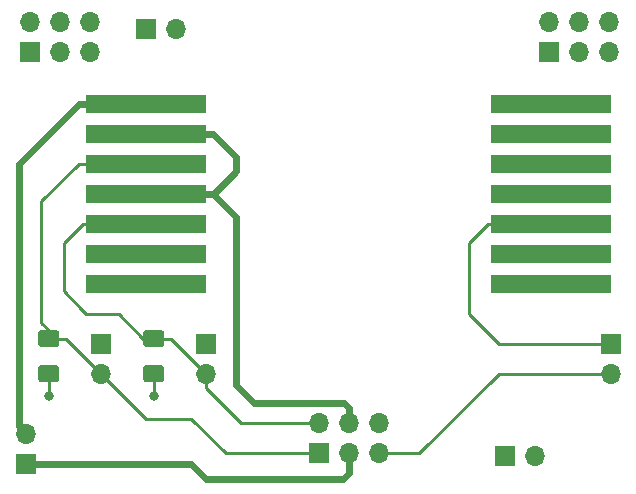
<source format=gtl>
G04 #@! TF.GenerationSoftware,KiCad,Pcbnew,5.1.5+dfsg1-2build2*
G04 #@! TF.CreationDate,2021-11-26T13:05:08+03:00*
G04 #@! TF.ProjectId,Mezonin,4d657a6f-6e69-46e2-9e6b-696361645f70,rev?*
G04 #@! TF.SameCoordinates,Original*
G04 #@! TF.FileFunction,Copper,L1,Top*
G04 #@! TF.FilePolarity,Positive*
%FSLAX46Y46*%
G04 Gerber Fmt 4.6, Leading zero omitted, Abs format (unit mm)*
G04 Created by KiCad (PCBNEW 5.1.5+dfsg1-2build2) date 2021-11-26 13:05:08*
%MOMM*%
%LPD*%
G04 APERTURE LIST*
%ADD10R,10.160000X1.524000*%
%ADD11O,1.700000X1.700000*%
%ADD12R,1.700000X1.700000*%
%ADD13C,0.100000*%
%ADD14C,0.800000*%
%ADD15C,0.250000*%
%ADD16C,0.600000*%
G04 APERTURE END LIST*
D10*
X105621999Y-127140000D03*
X139911999Y-122060000D03*
X139911999Y-127140000D03*
X105621999Y-134760000D03*
X139911999Y-124600000D03*
X139911999Y-137300000D03*
X105621999Y-124600000D03*
X139911999Y-132220000D03*
X105621999Y-129680000D03*
X105621999Y-137300000D03*
X105621999Y-132220000D03*
X105621999Y-122060000D03*
X139911999Y-134760000D03*
X139911999Y-129680000D03*
D11*
X144846999Y-115110000D03*
X144846999Y-117650000D03*
X142306999Y-115110000D03*
X142306999Y-117650000D03*
X139766999Y-115110000D03*
D12*
X139766999Y-117650000D03*
D11*
X100846999Y-115110000D03*
X100846999Y-117650000D03*
X98306999Y-115110000D03*
X98306999Y-117650000D03*
X95766999Y-115110000D03*
D12*
X95766999Y-117650000D03*
X120266999Y-151650000D03*
D11*
X120266999Y-149110000D03*
X122806999Y-151650000D03*
X122806999Y-149110000D03*
X125346999Y-151650000D03*
X125346999Y-149110000D03*
X95461999Y-150000000D03*
D12*
X95461999Y-152540000D03*
G04 #@! TA.AperFunction,SMDPad,CuDef*
D13*
G36*
X98016503Y-141233704D02*
G01*
X98040772Y-141237304D01*
X98064570Y-141243265D01*
X98087670Y-141251530D01*
X98109848Y-141262020D01*
X98130892Y-141274633D01*
X98150597Y-141289247D01*
X98168776Y-141305723D01*
X98185252Y-141323902D01*
X98199866Y-141343607D01*
X98212479Y-141364651D01*
X98222969Y-141386829D01*
X98231234Y-141409929D01*
X98237195Y-141433727D01*
X98240795Y-141457996D01*
X98241999Y-141482500D01*
X98241999Y-142407500D01*
X98240795Y-142432004D01*
X98237195Y-142456273D01*
X98231234Y-142480071D01*
X98222969Y-142503171D01*
X98212479Y-142525349D01*
X98199866Y-142546393D01*
X98185252Y-142566098D01*
X98168776Y-142584277D01*
X98150597Y-142600753D01*
X98130892Y-142615367D01*
X98109848Y-142627980D01*
X98087670Y-142638470D01*
X98064570Y-142646735D01*
X98040772Y-142652696D01*
X98016503Y-142656296D01*
X97991999Y-142657500D01*
X96741999Y-142657500D01*
X96717495Y-142656296D01*
X96693226Y-142652696D01*
X96669428Y-142646735D01*
X96646328Y-142638470D01*
X96624150Y-142627980D01*
X96603106Y-142615367D01*
X96583401Y-142600753D01*
X96565222Y-142584277D01*
X96548746Y-142566098D01*
X96534132Y-142546393D01*
X96521519Y-142525349D01*
X96511029Y-142503171D01*
X96502764Y-142480071D01*
X96496803Y-142456273D01*
X96493203Y-142432004D01*
X96491999Y-142407500D01*
X96491999Y-141482500D01*
X96493203Y-141457996D01*
X96496803Y-141433727D01*
X96502764Y-141409929D01*
X96511029Y-141386829D01*
X96521519Y-141364651D01*
X96534132Y-141343607D01*
X96548746Y-141323902D01*
X96565222Y-141305723D01*
X96583401Y-141289247D01*
X96603106Y-141274633D01*
X96624150Y-141262020D01*
X96646328Y-141251530D01*
X96669428Y-141243265D01*
X96693226Y-141237304D01*
X96717495Y-141233704D01*
X96741999Y-141232500D01*
X97991999Y-141232500D01*
X98016503Y-141233704D01*
G37*
G04 #@! TD.AperFunction*
G04 #@! TA.AperFunction,SMDPad,CuDef*
G36*
X98016503Y-144208704D02*
G01*
X98040772Y-144212304D01*
X98064570Y-144218265D01*
X98087670Y-144226530D01*
X98109848Y-144237020D01*
X98130892Y-144249633D01*
X98150597Y-144264247D01*
X98168776Y-144280723D01*
X98185252Y-144298902D01*
X98199866Y-144318607D01*
X98212479Y-144339651D01*
X98222969Y-144361829D01*
X98231234Y-144384929D01*
X98237195Y-144408727D01*
X98240795Y-144432996D01*
X98241999Y-144457500D01*
X98241999Y-145382500D01*
X98240795Y-145407004D01*
X98237195Y-145431273D01*
X98231234Y-145455071D01*
X98222969Y-145478171D01*
X98212479Y-145500349D01*
X98199866Y-145521393D01*
X98185252Y-145541098D01*
X98168776Y-145559277D01*
X98150597Y-145575753D01*
X98130892Y-145590367D01*
X98109848Y-145602980D01*
X98087670Y-145613470D01*
X98064570Y-145621735D01*
X98040772Y-145627696D01*
X98016503Y-145631296D01*
X97991999Y-145632500D01*
X96741999Y-145632500D01*
X96717495Y-145631296D01*
X96693226Y-145627696D01*
X96669428Y-145621735D01*
X96646328Y-145613470D01*
X96624150Y-145602980D01*
X96603106Y-145590367D01*
X96583401Y-145575753D01*
X96565222Y-145559277D01*
X96548746Y-145541098D01*
X96534132Y-145521393D01*
X96521519Y-145500349D01*
X96511029Y-145478171D01*
X96502764Y-145455071D01*
X96496803Y-145431273D01*
X96493203Y-145407004D01*
X96491999Y-145382500D01*
X96491999Y-144457500D01*
X96493203Y-144432996D01*
X96496803Y-144408727D01*
X96502764Y-144384929D01*
X96511029Y-144361829D01*
X96521519Y-144339651D01*
X96534132Y-144318607D01*
X96548746Y-144298902D01*
X96565222Y-144280723D01*
X96583401Y-144264247D01*
X96603106Y-144249633D01*
X96624150Y-144237020D01*
X96646328Y-144226530D01*
X96669428Y-144218265D01*
X96693226Y-144212304D01*
X96717495Y-144208704D01*
X96741999Y-144207500D01*
X97991999Y-144207500D01*
X98016503Y-144208704D01*
G37*
G04 #@! TD.AperFunction*
D11*
X101811999Y-144920000D03*
D12*
X101811999Y-142380000D03*
G04 #@! TA.AperFunction,SMDPad,CuDef*
D13*
G36*
X106906503Y-144208704D02*
G01*
X106930772Y-144212304D01*
X106954570Y-144218265D01*
X106977670Y-144226530D01*
X106999848Y-144237020D01*
X107020892Y-144249633D01*
X107040597Y-144264247D01*
X107058776Y-144280723D01*
X107075252Y-144298902D01*
X107089866Y-144318607D01*
X107102479Y-144339651D01*
X107112969Y-144361829D01*
X107121234Y-144384929D01*
X107127195Y-144408727D01*
X107130795Y-144432996D01*
X107131999Y-144457500D01*
X107131999Y-145382500D01*
X107130795Y-145407004D01*
X107127195Y-145431273D01*
X107121234Y-145455071D01*
X107112969Y-145478171D01*
X107102479Y-145500349D01*
X107089866Y-145521393D01*
X107075252Y-145541098D01*
X107058776Y-145559277D01*
X107040597Y-145575753D01*
X107020892Y-145590367D01*
X106999848Y-145602980D01*
X106977670Y-145613470D01*
X106954570Y-145621735D01*
X106930772Y-145627696D01*
X106906503Y-145631296D01*
X106881999Y-145632500D01*
X105631999Y-145632500D01*
X105607495Y-145631296D01*
X105583226Y-145627696D01*
X105559428Y-145621735D01*
X105536328Y-145613470D01*
X105514150Y-145602980D01*
X105493106Y-145590367D01*
X105473401Y-145575753D01*
X105455222Y-145559277D01*
X105438746Y-145541098D01*
X105424132Y-145521393D01*
X105411519Y-145500349D01*
X105401029Y-145478171D01*
X105392764Y-145455071D01*
X105386803Y-145431273D01*
X105383203Y-145407004D01*
X105381999Y-145382500D01*
X105381999Y-144457500D01*
X105383203Y-144432996D01*
X105386803Y-144408727D01*
X105392764Y-144384929D01*
X105401029Y-144361829D01*
X105411519Y-144339651D01*
X105424132Y-144318607D01*
X105438746Y-144298902D01*
X105455222Y-144280723D01*
X105473401Y-144264247D01*
X105493106Y-144249633D01*
X105514150Y-144237020D01*
X105536328Y-144226530D01*
X105559428Y-144218265D01*
X105583226Y-144212304D01*
X105607495Y-144208704D01*
X105631999Y-144207500D01*
X106881999Y-144207500D01*
X106906503Y-144208704D01*
G37*
G04 #@! TD.AperFunction*
G04 #@! TA.AperFunction,SMDPad,CuDef*
G36*
X106906503Y-141233704D02*
G01*
X106930772Y-141237304D01*
X106954570Y-141243265D01*
X106977670Y-141251530D01*
X106999848Y-141262020D01*
X107020892Y-141274633D01*
X107040597Y-141289247D01*
X107058776Y-141305723D01*
X107075252Y-141323902D01*
X107089866Y-141343607D01*
X107102479Y-141364651D01*
X107112969Y-141386829D01*
X107121234Y-141409929D01*
X107127195Y-141433727D01*
X107130795Y-141457996D01*
X107131999Y-141482500D01*
X107131999Y-142407500D01*
X107130795Y-142432004D01*
X107127195Y-142456273D01*
X107121234Y-142480071D01*
X107112969Y-142503171D01*
X107102479Y-142525349D01*
X107089866Y-142546393D01*
X107075252Y-142566098D01*
X107058776Y-142584277D01*
X107040597Y-142600753D01*
X107020892Y-142615367D01*
X106999848Y-142627980D01*
X106977670Y-142638470D01*
X106954570Y-142646735D01*
X106930772Y-142652696D01*
X106906503Y-142656296D01*
X106881999Y-142657500D01*
X105631999Y-142657500D01*
X105607495Y-142656296D01*
X105583226Y-142652696D01*
X105559428Y-142646735D01*
X105536328Y-142638470D01*
X105514150Y-142627980D01*
X105493106Y-142615367D01*
X105473401Y-142600753D01*
X105455222Y-142584277D01*
X105438746Y-142566098D01*
X105424132Y-142546393D01*
X105411519Y-142525349D01*
X105401029Y-142503171D01*
X105392764Y-142480071D01*
X105386803Y-142456273D01*
X105383203Y-142432004D01*
X105381999Y-142407500D01*
X105381999Y-141482500D01*
X105383203Y-141457996D01*
X105386803Y-141433727D01*
X105392764Y-141409929D01*
X105401029Y-141386829D01*
X105411519Y-141364651D01*
X105424132Y-141343607D01*
X105438746Y-141323902D01*
X105455222Y-141305723D01*
X105473401Y-141289247D01*
X105493106Y-141274633D01*
X105514150Y-141262020D01*
X105536328Y-141251530D01*
X105559428Y-141243265D01*
X105583226Y-141237304D01*
X105607495Y-141233704D01*
X105631999Y-141232500D01*
X106881999Y-141232500D01*
X106906503Y-141233704D01*
G37*
G04 #@! TD.AperFunction*
D11*
X110701999Y-144920000D03*
D12*
X110701999Y-142380000D03*
D11*
X144991999Y-144920000D03*
D12*
X144991999Y-142380000D03*
D11*
X108161999Y-115710000D03*
D12*
X105621999Y-115710000D03*
D11*
X138514999Y-151905000D03*
D12*
X135974999Y-151905000D03*
D14*
X97366999Y-146825000D03*
X106256999Y-146825000D03*
X142451999Y-122060000D03*
X137371999Y-122060000D03*
X137371999Y-124600000D03*
X142451999Y-124600000D03*
X137371999Y-129680000D03*
X142451999Y-129680000D03*
X108161999Y-132220000D03*
X103081999Y-132220000D03*
X108161999Y-127140000D03*
X103081999Y-127140000D03*
X103081999Y-129680000D03*
X103081999Y-124600000D03*
X108161999Y-124600000D03*
X108161999Y-129680000D03*
X108161999Y-122060000D03*
X103081999Y-122060000D03*
X142451999Y-132220000D03*
X137371999Y-132220000D03*
X142451999Y-127140000D03*
X137371999Y-127140000D03*
X103081999Y-134760000D03*
X108161999Y-134760000D03*
X142451999Y-137300000D03*
X137371999Y-137300000D03*
X108161999Y-137300000D03*
X103081999Y-137300000D03*
X137371999Y-134760000D03*
X142451999Y-134760000D03*
D15*
X135466999Y-144920000D02*
X143086999Y-144920000D01*
X143086999Y-144920000D02*
X144991999Y-144920000D01*
X128736999Y-151650000D02*
X135466999Y-144920000D01*
X125346999Y-151650000D02*
X128736999Y-151650000D01*
X105021999Y-115110000D02*
X105621999Y-115710000D01*
X97366999Y-144920000D02*
X97366999Y-146825000D01*
X106256999Y-144920000D02*
X106256999Y-146825000D01*
X110701999Y-144920000D02*
X110701999Y-146122081D01*
X100291999Y-132220000D02*
X103081999Y-132220000D01*
X98636999Y-133875000D02*
X100291999Y-132220000D01*
X103081999Y-132220000D02*
X105621999Y-132220000D01*
X113689918Y-149110000D02*
X110701999Y-146122081D01*
X120266999Y-149110000D02*
X113689918Y-149110000D01*
X107726999Y-141945000D02*
X110701999Y-144920000D01*
X106256999Y-141945000D02*
X107726999Y-141945000D01*
X98636999Y-137935000D02*
X98636999Y-133875000D01*
X105381999Y-141945000D02*
X103276999Y-139840000D01*
X106256999Y-141945000D02*
X105381999Y-141945000D01*
X103276999Y-139840000D02*
X100541999Y-139840000D01*
X100541999Y-139840000D02*
X100216998Y-139514999D01*
X100216998Y-139514999D02*
X98636999Y-137935000D01*
D16*
X109431999Y-152540000D02*
X95461999Y-152540000D01*
X110701999Y-153810000D02*
X109431999Y-152540000D01*
X122806999Y-151650000D02*
X122806999Y-153305000D01*
X122301999Y-153810000D02*
X110701999Y-153810000D01*
X122806999Y-153305000D02*
X122301999Y-153810000D01*
D15*
X105621999Y-148730000D02*
X101811999Y-144920000D01*
X109431999Y-148730000D02*
X105621999Y-148730000D01*
X98836999Y-141945000D02*
X101811999Y-144920000D01*
X97366999Y-141945000D02*
X98836999Y-141945000D01*
X99906999Y-127140000D02*
X103081999Y-127140000D01*
X96731999Y-130315000D02*
X99906999Y-127140000D01*
X96731999Y-140597500D02*
X96731999Y-130315000D01*
X97366999Y-141232500D02*
X96731999Y-140597500D01*
X97366999Y-141945000D02*
X97366999Y-141232500D01*
X103081999Y-127140000D02*
X105621999Y-127140000D01*
X112351999Y-151650000D02*
X109431999Y-148730000D01*
X120266999Y-151650000D02*
X112351999Y-151650000D01*
D16*
X108161999Y-124600000D02*
X105621999Y-124600000D01*
X108161999Y-129680000D02*
X105621999Y-129680000D01*
X111301999Y-129680000D02*
X108161999Y-129680000D01*
X111301999Y-129680000D02*
X111336999Y-129680000D01*
X111301999Y-124600000D02*
X108161999Y-124600000D01*
X113241999Y-127775000D02*
X113241999Y-126540000D01*
X113241999Y-126540000D02*
X111301999Y-124600000D01*
X111336999Y-129680000D02*
X113241999Y-127775000D01*
X113241999Y-131620000D02*
X111301999Y-129680000D01*
X113241999Y-145890000D02*
X113241999Y-131620000D01*
X114746999Y-147395000D02*
X113241999Y-145890000D01*
X122366999Y-147395000D02*
X114746999Y-147395000D01*
X122806999Y-147835000D02*
X122366999Y-147395000D01*
X122806999Y-149110000D02*
X122806999Y-147835000D01*
X94826999Y-127175000D02*
X99941999Y-122060000D01*
X94826999Y-149365000D02*
X94826999Y-127175000D01*
X99941999Y-122060000D02*
X103081999Y-122060000D01*
X95461999Y-150000000D02*
X94826999Y-149365000D01*
X103356999Y-122060000D02*
X105621999Y-122060000D01*
X103081999Y-122060000D02*
X103356999Y-122060000D01*
D15*
X135466999Y-142380000D02*
X132926999Y-139840000D01*
X132926999Y-133875000D02*
X134581999Y-132220000D01*
X132926999Y-134760000D02*
X132926999Y-133875000D01*
X134581999Y-132220000D02*
X137371999Y-132220000D01*
X132926999Y-134760000D02*
X132926999Y-134510000D01*
X143086999Y-142380000D02*
X144991999Y-142380000D01*
X137371999Y-132220000D02*
X139911999Y-132220000D01*
X132926999Y-139840000D02*
X132926999Y-134760000D01*
X143086999Y-142380000D02*
X135466999Y-142380000D01*
M02*

</source>
